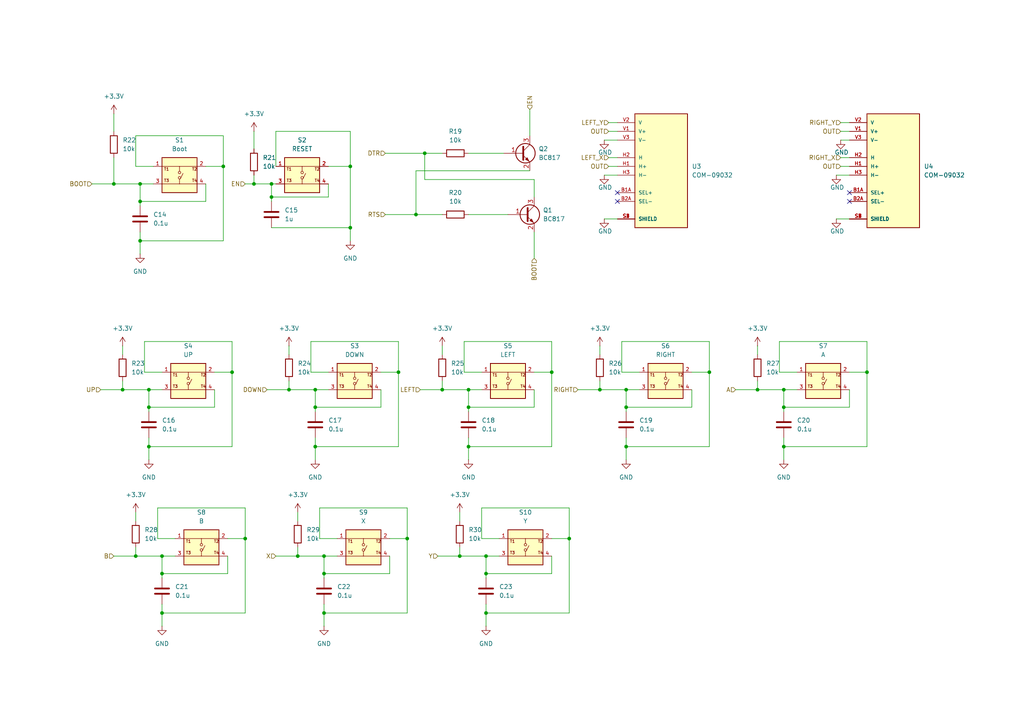
<source format=kicad_sch>
(kicad_sch (version 20231120) (generator "eeschema") (generator_version "8.0")
  (paper "A4")
  (lib_symbols
    (symbol "COM-09032:COM-09032" (pin_names (offset 1.016))
      (property "Reference" "U" (at -7.62 16.002 0))
      (property "Value" "COM-09032" (at -7.62 -20.32 0))
      (symbol "COM-09032_0_0"
        (rectangle (start -7.62 -17.78) (end 7.62 15.24) (stroke (width 0.254)) (fill (type background)))
        (pin passive line (at -12.7 -7.62 0) (length 5.08) (name "SEL+") (number "B1A"))
        (pin passive line (at -12.7 -10.16 0) (length 5.08) (name "SEL-") (number "B2A"))
        (pin passive line (at -12.7 0 0) (length 5.08) (name "H+") (number "H1"))
        (pin passive line (at -12.7 2.54 0) (length 5.08) (name "H") (number "H2"))
        (pin passive line (at -12.7 -2.54 0) (length 5.08) (name "H-") (number "H3"))
        (pin passive line (at -12.7 -15.24 0) (length 5.08) (name "SHIELD") (number "S1"))
        (pin passive line (at -12.7 -15.24 0) (length 5.08) (name "SHIELD") (number "S2"))
        (pin passive line (at -12.7 -15.24 0) (length 5.08) (name "SHIELD") (number "S3"))
        (pin passive line (at -12.7 -15.24 0) (length 5.08) (name "SHIELD") (number "S4"))
        (pin passive line (at -12.7 10.16 0) (length 5.08) (name "V+") (number "V1"))
        (pin passive line (at -12.7 12.7 0) (length 5.08) (name "V") (number "V2"))
        (pin passive line (at -12.7 7.62 0) (length 5.08) (name "V-") (number "V3"))
      )
    )
    (symbol "Device:C" (pin_numbers hide) (pin_names (offset 0.254))
      (property "Reference" "C" (at 0.635 2.54 0))
      (property "Value" "C" (at 0.635 -2.54 0))
      (symbol "C_0_1"
        (polyline (pts (xy -2.032 -0.762) (xy 2.032 -0.762)) (stroke (width 0.508)))
        (polyline (pts (xy -2.032 0.762) (xy 2.032 0.762)) (stroke (width 0.508)))
      )
      (symbol "C_1_1"
        (pin passive line (at 0 3.81 270) (length 2.794) (name "~") (number "1"))
        (pin passive line (at 0 -3.81 90) (length 2.794) (name "~") (number "2"))
      )
    )
    (symbol "Device:R" (pin_numbers hide) (pin_names (offset 0))
      (property "Reference" "R" (at 2.032 0 90))
      (property "Value" "R" (at 0 0 90))
      (symbol "R_0_1"
        (rectangle (start -1.016 -2.54) (end 1.016 2.54) (stroke (width 0.254)))
      )
      (symbol "R_1_1"
        (pin passive line (at 0 3.81 270) (length 1.27) (name "~") (number "1"))
        (pin passive line (at 0 -3.81 90) (length 1.27) (name "~") (number "2"))
      )
    )
    (symbol "Transistor_BJT:BC817" (pin_names (offset 0) hide)
      (property "Reference" "Q" (at 5.08 1.905 0))
      (property "Value" "BC817" (at 5.08 0 0))
      (symbol "BC817_0_1"
        (polyline (pts (xy 0.635 0.635) (xy 2.54 2.54)))
        (polyline (pts (xy 0.635 -0.635) (xy 2.54 -2.54) (xy 2.54 -2.54)))
        (polyline (pts (xy 0.635 1.905) (xy 0.635 -1.905) (xy 0.635 -1.905)) (stroke (width 0.508)))
        (polyline (pts (xy 1.27 -1.778) (xy 1.778 -1.27) (xy 2.286 -2.286) (xy 1.27 -1.778) (xy 1.27 -1.778)) (fill (type outline)))
        (circle (center 1.27 0) (radius 2.8194) (stroke (width 0.254)))
      )
      (symbol "BC817_1_1"
        (pin input line (at -5.08 0 0) (length 5.715) (name "B") (number "1"))
        (pin passive line (at 2.54 -5.08 90) (length 2.54) (name "E") (number "2"))
        (pin passive line (at 2.54 5.08 270) (length 2.54) (name "C") (number "3"))
      )
    )
    (symbol "USLPT2819DT2TR:USLPT2819DT2TR" (pin_names (offset 1.016))
      (property "Reference" "S" (at -5.08 5.08 0))
      (property "Value" "USLPT2819DT2TR" (at -5.08 -7.62 0))
      (symbol "USLPT2819DT2TR_0_0"
        (rectangle (start -5.08 -5.08) (end 5.08 5.08) (stroke (width 0.254)) (fill (type background)))
        (circle (center 0 -0.762) (radius 0.3592) (stroke (width 0.1524)))
        (polyline (pts (xy -5.08 -2.54) (xy 0 -2.54)) (stroke (width 0.1524)))
        (polyline (pts (xy -5.08 2.54) (xy 0 2.54)) (stroke (width 0.1524)))
        (polyline (pts (xy 0 -2.54) (xy 0 -1.143)) (stroke (width 0.1524)))
        (polyline (pts (xy 0 -2.54) (xy 5.08 -2.54)) (stroke (width 0.1524)))
        (polyline (pts (xy 0 1.143) (xy 0 2.54)) (stroke (width 0.1524)))
        (polyline (pts (xy 0 2.54) (xy 5.08 2.54)) (stroke (width 0.1524)))
        (polyline (pts (xy 0.254 -1.016) (xy 1.016 0.508)) (stroke (width 0.1524)))
        (circle (center 0 0.762) (radius 0.3592) (stroke (width 0.1524)))
        (text "T1" (at -4.572 1.27 0) (effects (font (size 0.8128 0.8128)) (justify left bottom)))
        (text "T2" (at 3.556 1.27 0) (effects (font (size 0.8128 0.8128)) (justify left bottom)))
        (text "T3" (at -4.572 -2.032 0) (effects (font (size 0.8128 0.8128)) (justify left bottom)))
        (text "T4" (at 3.556 -2.032 0) (effects (font (size 0.8128 0.8128)) (justify left bottom)))
        (pin passive line (at -7.62 2.54 0) (length 2.54) (name "~") (number "1"))
        (pin passive line (at 7.62 2.54 180) (length 2.54) (name "~") (number "2"))
        (pin passive line (at -7.62 -2.54 0) (length 2.54) (name "~") (number "3"))
        (pin passive line (at 7.62 -2.54 180) (length 2.54) (name "~") (number "4"))
      )
    )
    (symbol "power:+3.3V" (power) (pin_numbers hide) (pin_names (offset 0) hide)
      (property "Value" "+3.3V" (at 0 3.556 0))
      (symbol "+3.3V_0_1"
        (polyline (pts (xy -0.762 1.27) (xy 0 2.54)))
        (polyline (pts (xy 0 0) (xy 0 2.54)))
        (polyline (pts (xy 0 2.54) (xy 0.762 1.27)))
      )
      (symbol "+3.3V_1_1"
        (pin power_in line (at 0 0 90) (length 0) (name "~") (number "1"))
      )
    )
    (symbol "power:GND" (power) (pin_numbers hide) (pin_names (offset 0) hide)
      (property "Value" "GND" (at 0 -3.81 0))
      (symbol "GND_0_1"
        (polyline (pts (xy 0 0) (xy 0 -1.27) (xy 1.27 -1.27) (xy 0 -2.54) (xy -1.27 -1.27) (xy 0 -1.27)))
      )
      (symbol "GND_1_1"
        (pin power_in line (at 0 0 270) (length 0) (name "~") (number "1"))
      )
    )
  )
  (junction (at 101.6 48.26))
  (junction (at 251.46 107.95))
  (junction (at 73.66 53.34))
  (junction (at 181.61 113.03))
  (junction (at 227.33 113.03))
  (junction (at 46.99 166.37))
  (junction (at 115.57 107.95))
  (junction (at 128.27 113.03))
  (junction (at 43.18 113.03))
  (junction (at 227.33 118.11))
  (junction (at 35.56 113.03))
  (junction (at 83.82 113.03))
  (junction (at 43.18 129.54))
  (junction (at 40.64 69.85))
  (junction (at 123.19 44.45))
  (junction (at 135.89 118.11))
  (junction (at 133.35 161.29))
  (junction (at 67.31 107.95))
  (junction (at 43.18 118.11))
  (junction (at 78.74 57.15))
  (junction (at 40.64 53.34))
  (junction (at 165.1 156.21))
  (junction (at 181.61 118.11))
  (junction (at 86.36 161.29))
  (junction (at 46.99 177.8))
  (junction (at 93.98 177.8))
  (junction (at 140.97 177.8))
  (junction (at 219.71 113.03))
  (junction (at 173.99 113.03))
  (junction (at 71.12 156.21))
  (junction (at 40.64 58.42))
  (junction (at 118.11 156.21))
  (junction (at 93.98 166.37))
  (junction (at 205.74 107.95))
  (junction (at 227.33 129.54))
  (junction (at 140.97 161.29))
  (junction (at 91.44 113.03))
  (junction (at 140.97 166.37))
  (junction (at 120.65 62.23))
  (junction (at 91.44 118.11))
  (junction (at 78.74 53.34))
  (junction (at 93.98 161.29))
  (junction (at 64.77 48.26))
  (junction (at 135.89 129.54))
  (junction (at 39.37 161.29))
  (junction (at 33.02 53.34))
  (junction (at 181.61 129.54))
  (junction (at 46.99 161.29))
  (junction (at 135.89 113.03))
  (junction (at 91.44 129.54))
  (junction (at 160.02 107.95))
  (junction (at 101.6 66.04))
  (no_connect (at 179.07 58.42))
  (no_connect (at 246.38 55.88))
  (no_connect (at 179.07 55.88))
  (no_connect (at 246.38 58.42))
  (wire (pts (xy 41.91 107.95) (xy 41.91 99.06)))
  (wire (pts (xy 95.25 57.15) (xy 78.74 57.15)))
  (wire (pts (xy 173.99 113.03) (xy 181.61 113.03)))
  (wire (pts (xy 123.19 52.07) (xy 123.19 44.45)))
  (wire (pts (xy 175.26 63.5) (xy 179.07 63.5)))
  (wire (pts (xy 73.66 53.34) (xy 78.74 53.34)))
  (wire (pts (xy 134.62 99.06) (xy 160.02 99.06)))
  (wire (pts (xy 40.64 53.34) (xy 44.45 53.34)))
  (wire (pts (xy 43.18 129.54) (xy 43.18 133.35)))
  (wire (pts (xy 41.91 99.06) (xy 67.31 99.06)))
  (wire (pts (xy 176.53 35.56) (xy 179.07 35.56)))
  (wire (pts (xy 135.89 44.45) (xy 146.05 44.45)))
  (wire (pts (xy 46.99 161.29) (xy 50.8 161.29)))
  (wire (pts (xy 227.33 118.11) (xy 246.38 118.11)))
  (wire (pts (xy 62.23 107.95) (xy 67.31 107.95)))
  (wire (pts (xy 46.99 161.29) (xy 46.99 166.37)))
  (wire (pts (xy 134.62 107.95) (xy 134.62 99.06)))
  (wire (pts (xy 33.02 161.29) (xy 39.37 161.29)))
  (wire (pts (xy 165.1 147.32) (xy 165.1 156.21)))
  (wire (pts (xy 160.02 129.54) (xy 135.89 129.54)))
  (wire (pts (xy 78.74 66.04) (xy 101.6 66.04)))
  (wire (pts (xy 181.61 127) (xy 181.61 129.54)))
  (wire (pts (xy 35.56 113.03) (xy 43.18 113.03)))
  (wire (pts (xy 154.94 67.31) (xy 154.94 74.93)))
  (wire (pts (xy 246.38 107.95) (xy 251.46 107.95)))
  (wire (pts (xy 91.44 127) (xy 91.44 129.54)))
  (wire (pts (xy 67.31 107.95) (xy 67.31 129.54)))
  (wire (pts (xy 40.64 58.42) (xy 59.69 58.42)))
  (wire (pts (xy 167.64 113.03) (xy 173.99 113.03)))
  (wire (pts (xy 113.03 156.21) (xy 118.11 156.21)))
  (wire (pts (xy 243.84 45.72) (xy 246.38 45.72)))
  (wire (pts (xy 180.34 107.95) (xy 180.34 99.06)))
  (wire (pts (xy 64.77 48.26) (xy 64.77 69.85)))
  (wire (pts (xy 66.04 156.21) (xy 71.12 156.21)))
  (wire (pts (xy 71.12 156.21) (xy 71.12 177.8)))
  (wire (pts (xy 139.7 147.32) (xy 165.1 147.32)))
  (wire (pts (xy 140.97 166.37) (xy 140.97 167.64)))
  (wire (pts (xy 91.44 118.11) (xy 110.49 118.11)))
  (wire (pts (xy 173.99 100.33) (xy 173.99 102.87)))
  (wire (pts (xy 115.57 99.06) (xy 115.57 107.95)))
  (wire (pts (xy 213.36 113.03) (xy 219.71 113.03)))
  (wire (pts (xy 80.01 38.1) (xy 80.01 48.26)))
  (wire (pts (xy 154.94 113.03) (xy 154.94 118.11)))
  (wire (pts (xy 33.02 45.72) (xy 33.02 53.34)))
  (wire (pts (xy 92.71 147.32) (xy 118.11 147.32)))
  (wire (pts (xy 246.38 113.03) (xy 246.38 118.11)))
  (wire (pts (xy 86.36 161.29) (xy 93.98 161.29)))
  (wire (pts (xy 83.82 110.49) (xy 83.82 113.03)))
  (wire (pts (xy 135.89 62.23) (xy 147.32 62.23)))
  (wire (pts (xy 113.03 161.29) (xy 113.03 166.37)))
  (wire (pts (xy 86.36 148.59) (xy 86.36 151.13)))
  (wire (pts (xy 77.47 113.03) (xy 83.82 113.03)))
  (wire (pts (xy 140.97 161.29) (xy 144.78 161.29)))
  (wire (pts (xy 153.67 49.53) (xy 120.65 49.53)))
  (wire (pts (xy 135.89 113.03) (xy 139.7 113.03)))
  (wire (pts (xy 242.57 63.5) (xy 246.38 63.5)))
  (wire (pts (xy 144.78 156.21) (xy 139.7 156.21)))
  (wire (pts (xy 165.1 177.8) (xy 140.97 177.8)))
  (wire (pts (xy 90.17 107.95) (xy 90.17 99.06)))
  (wire (pts (xy 226.06 107.95) (xy 226.06 99.06)))
  (wire (pts (xy 135.89 118.11) (xy 154.94 118.11)))
  (wire (pts (xy 93.98 161.29) (xy 97.79 161.29)))
  (wire (pts (xy 160.02 161.29) (xy 160.02 166.37)))
  (wire (pts (xy 133.35 161.29) (xy 140.97 161.29)))
  (wire (pts (xy 33.02 53.34) (xy 40.64 53.34)))
  (wire (pts (xy 80.01 38.1) (xy 101.6 38.1)))
  (wire (pts (xy 139.7 107.95) (xy 134.62 107.95)))
  (wire (pts (xy 219.71 110.49) (xy 219.71 113.03)))
  (wire (pts (xy 160.02 107.95) (xy 160.02 129.54)))
  (wire (pts (xy 91.44 118.11) (xy 91.44 119.38)))
  (wire (pts (xy 93.98 166.37) (xy 113.03 166.37)))
  (wire (pts (xy 59.69 48.26) (xy 64.77 48.26)))
  (wire (pts (xy 153.67 31.75) (xy 153.67 39.37)))
  (wire (pts (xy 227.33 118.11) (xy 227.33 119.38)))
  (wire (pts (xy 165.1 156.21) (xy 165.1 177.8)))
  (wire (pts (xy 120.65 49.53) (xy 120.65 62.23)))
  (wire (pts (xy 43.18 127) (xy 43.18 129.54)))
  (wire (pts (xy 227.33 113.03) (xy 231.14 113.03)))
  (wire (pts (xy 71.12 147.32) (xy 71.12 156.21)))
  (wire (pts (xy 200.66 113.03) (xy 200.66 118.11)))
  (wire (pts (xy 227.33 127) (xy 227.33 129.54)))
  (wire (pts (xy 181.61 113.03) (xy 181.61 118.11)))
  (wire (pts (xy 200.66 107.95) (xy 205.74 107.95)))
  (wire (pts (xy 45.72 147.32) (xy 71.12 147.32)))
  (wire (pts (xy 121.92 113.03) (xy 128.27 113.03)))
  (wire (pts (xy 185.42 107.95) (xy 180.34 107.95)))
  (wire (pts (xy 140.97 161.29) (xy 140.97 166.37)))
  (wire (pts (xy 97.79 156.21) (xy 92.71 156.21)))
  (wire (pts (xy 181.61 118.11) (xy 181.61 119.38)))
  (wire (pts (xy 44.45 48.26) (xy 39.37 48.26)))
  (wire (pts (xy 176.53 38.1) (xy 179.07 38.1)))
  (wire (pts (xy 133.35 158.75) (xy 133.35 161.29)))
  (wire (pts (xy 93.98 175.26) (xy 93.98 177.8)))
  (wire (pts (xy 78.74 53.34) (xy 78.74 57.15)))
  (wire (pts (xy 123.19 44.45) (xy 128.27 44.45)))
  (wire (pts (xy 83.82 100.33) (xy 83.82 102.87)))
  (wire (pts (xy 181.61 129.54) (xy 181.61 133.35)))
  (wire (pts (xy 251.46 129.54) (xy 227.33 129.54)))
  (wire (pts (xy 154.94 52.07) (xy 123.19 52.07)))
  (wire (pts (xy 101.6 48.26) (xy 101.6 66.04)))
  (wire (pts (xy 95.25 48.26) (xy 101.6 48.26)))
  (wire (pts (xy 226.06 99.06) (xy 251.46 99.06)))
  (wire (pts (xy 90.17 99.06) (xy 115.57 99.06)))
  (wire (pts (xy 71.12 177.8) (xy 46.99 177.8)))
  (wire (pts (xy 205.74 99.06) (xy 205.74 107.95)))
  (wire (pts (xy 120.65 62.23) (xy 128.27 62.23)))
  (wire (pts (xy 243.84 38.1) (xy 246.38 38.1)))
  (wire (pts (xy 46.99 166.37) (xy 66.04 166.37)))
  (wire (pts (xy 40.64 67.31) (xy 40.64 69.85)))
  (wire (pts (xy 80.01 161.29) (xy 86.36 161.29)))
  (wire (pts (xy 251.46 107.95) (xy 251.46 129.54)))
  (wire (pts (xy 43.18 113.03) (xy 46.99 113.03)))
  (wire (pts (xy 110.49 113.03) (xy 110.49 118.11)))
  (wire (pts (xy 39.37 48.26) (xy 39.37 39.37)))
  (wire (pts (xy 67.31 99.06) (xy 67.31 107.95)))
  (wire (pts (xy 160.02 156.21) (xy 165.1 156.21)))
  (wire (pts (xy 39.37 161.29) (xy 46.99 161.29)))
  (wire (pts (xy 93.98 166.37) (xy 93.98 167.64)))
  (wire (pts (xy 95.25 53.34) (xy 95.25 57.15)))
  (wire (pts (xy 243.84 35.56) (xy 246.38 35.56)))
  (wire (pts (xy 39.37 148.59) (xy 39.37 151.13)))
  (wire (pts (xy 46.99 177.8) (xy 46.99 181.61)))
  (wire (pts (xy 115.57 107.95) (xy 115.57 129.54)))
  (wire (pts (xy 154.94 52.07) (xy 154.94 57.15)))
  (wire (pts (xy 205.74 107.95) (xy 205.74 129.54)))
  (wire (pts (xy 46.99 107.95) (xy 41.91 107.95)))
  (wire (pts (xy 67.31 129.54) (xy 43.18 129.54)))
  (wire (pts (xy 46.99 175.26) (xy 46.99 177.8)))
  (wire (pts (xy 140.97 175.26) (xy 140.97 177.8)))
  (wire (pts (xy 227.33 113.03) (xy 227.33 118.11)))
  (wire (pts (xy 154.94 107.95) (xy 160.02 107.95)))
  (wire (pts (xy 140.97 166.37) (xy 160.02 166.37)))
  (wire (pts (xy 93.98 161.29) (xy 93.98 166.37)))
  (wire (pts (xy 181.61 113.03) (xy 185.42 113.03)))
  (wire (pts (xy 173.99 110.49) (xy 173.99 113.03)))
  (wire (pts (xy 118.11 177.8) (xy 93.98 177.8)))
  (wire (pts (xy 43.18 118.11) (xy 62.23 118.11)))
  (wire (pts (xy 139.7 156.21) (xy 139.7 147.32)))
  (wire (pts (xy 115.57 129.54) (xy 91.44 129.54)))
  (wire (pts (xy 83.82 113.03) (xy 91.44 113.03)))
  (wire (pts (xy 140.97 177.8) (xy 140.97 181.61)))
  (wire (pts (xy 133.35 148.59) (xy 133.35 151.13)))
  (wire (pts (xy 101.6 38.1) (xy 101.6 48.26)))
  (wire (pts (xy 127 161.29) (xy 133.35 161.29)))
  (wire (pts (xy 176.53 45.72) (xy 179.07 45.72)))
  (wire (pts (xy 175.26 50.8) (xy 179.07 50.8)))
  (wire (pts (xy 40.64 58.42) (xy 40.64 59.69)))
  (wire (pts (xy 40.64 69.85) (xy 40.64 73.66)))
  (wire (pts (xy 92.71 156.21) (xy 92.71 147.32)))
  (wire (pts (xy 176.53 48.26) (xy 179.07 48.26)))
  (wire (pts (xy 73.66 50.8) (xy 73.66 53.34)))
  (wire (pts (xy 181.61 118.11) (xy 200.66 118.11)))
  (wire (pts (xy 128.27 113.03) (xy 135.89 113.03)))
  (wire (pts (xy 110.49 107.95) (xy 115.57 107.95)))
  (wire (pts (xy 78.74 53.34) (xy 80.01 53.34)))
  (wire (pts (xy 160.02 99.06) (xy 160.02 107.95)))
  (wire (pts (xy 243.84 48.26) (xy 246.38 48.26)))
  (wire (pts (xy 219.71 100.33) (xy 219.71 102.87)))
  (wire (pts (xy 35.56 110.49) (xy 35.56 113.03)))
  (wire (pts (xy 46.99 166.37) (xy 46.99 167.64)))
  (wire (pts (xy 135.89 127) (xy 135.89 129.54)))
  (wire (pts (xy 180.34 99.06) (xy 205.74 99.06)))
  (wire (pts (xy 59.69 53.34) (xy 59.69 58.42)))
  (wire (pts (xy 135.89 118.11) (xy 135.89 119.38)))
  (wire (pts (xy 242.57 50.8) (xy 246.38 50.8)))
  (wire (pts (xy 205.74 129.54) (xy 181.61 129.54)))
  (wire (pts (xy 243.84 40.64) (xy 246.38 40.64)))
  (wire (pts (xy 40.64 53.34) (xy 40.64 58.42)))
  (wire (pts (xy 231.14 107.95) (xy 226.06 107.95)))
  (wire (pts (xy 39.37 158.75) (xy 39.37 161.29)))
  (wire (pts (xy 64.77 39.37) (xy 64.77 48.26)))
  (wire (pts (xy 43.18 118.11) (xy 43.18 119.38)))
  (wire (pts (xy 128.27 100.33) (xy 128.27 102.87)))
  (wire (pts (xy 111.76 44.45) (xy 123.19 44.45)))
  (wire (pts (xy 39.37 39.37) (xy 64.77 39.37)))
  (wire (pts (xy 175.26 40.64) (xy 179.07 40.64)))
  (wire (pts (xy 71.12 53.34) (xy 73.66 53.34)))
  (wire (pts (xy 118.11 147.32) (xy 118.11 156.21)))
  (wire (pts (xy 78.74 57.15) (xy 78.74 58.42)))
  (wire (pts (xy 251.46 99.06) (xy 251.46 107.95)))
  (wire (pts (xy 86.36 158.75) (xy 86.36 161.29)))
  (wire (pts (xy 91.44 113.03) (xy 91.44 118.11)))
  (wire (pts (xy 50.8 156.21) (xy 45.72 156.21)))
  (wire (pts (xy 73.66 38.1) (xy 73.66 43.18)))
  (wire (pts (xy 35.56 100.33) (xy 35.56 102.87)))
  (wire (pts (xy 135.89 129.54) (xy 135.89 133.35)))
  (wire (pts (xy 26.67 53.34) (xy 33.02 53.34)))
  (wire (pts (xy 43.18 113.03) (xy 43.18 118.11)))
  (wire (pts (xy 111.76 62.23) (xy 120.65 62.23)))
  (wire (pts (xy 62.23 113.03) (xy 62.23 118.11)))
  (wire (pts (xy 118.11 156.21) (xy 118.11 177.8)))
  (wire (pts (xy 93.98 177.8) (xy 93.98 181.61)))
  (wire (pts (xy 135.89 113.03) (xy 135.89 118.11)))
  (wire (pts (xy 95.25 107.95) (xy 90.17 107.95)))
  (wire (pts (xy 29.21 113.03) (xy 35.56 113.03)))
  (wire (pts (xy 128.27 110.49) (xy 128.27 113.03)))
  (wire (pts (xy 45.72 156.21) (xy 45.72 147.32)))
  (wire (pts (xy 219.71 113.03) (xy 227.33 113.03)))
  (wire (pts (xy 91.44 129.54) (xy 91.44 133.35)))
  (wire (pts (xy 91.44 113.03) (xy 95.25 113.03)))
  (wire (pts (xy 33.02 33.02) (xy 33.02 38.1)))
  (wire (pts (xy 227.33 129.54) (xy 227.33 133.35)))
  (wire (pts (xy 64.77 69.85) (xy 40.64 69.85)))
  (wire (pts (xy 101.6 66.04) (xy 101.6 69.85)))
  (wire (pts (xy 66.04 161.29) (xy 66.04 166.37)))
  (hierarchical_label "LEFT" (shape input) (at 121.92 113.03 180))
  (hierarchical_label "DTR" (shape input) (at 111.76 44.45 180))
  (hierarchical_label "OUT" (shape input) (at 243.84 38.1 180))
  (hierarchical_label "BOOT" (shape input) (at 26.67 53.34 180))
  (hierarchical_label "UP" (shape input) (at 29.21 113.03 180))
  (hierarchical_label "LEFT_Y" (shape input) (at 176.53 35.56 180))
  (hierarchical_label "DOWN" (shape input) (at 77.47 113.03 180))
  (hierarchical_label "A" (shape input) (at 213.36 113.03 180))
  (hierarchical_label "Y" (shape input) (at 127 161.29 180))
  (hierarchical_label "BOOT" (shape input) (at 154.94 74.93 270))
  (hierarchical_label "OUT" (shape input) (at 176.53 38.1 180))
  (hierarchical_label "OUT" (shape input) (at 176.53 48.26 180))
  (hierarchical_label "OUT" (shape input) (at 243.84 48.26 180))
  (hierarchical_label "B" (shape input) (at 33.02 161.29 180))
  (hierarchical_label "RIGHT_Y" (shape input) (at 243.84 35.56 180))
  (hierarchical_label "LEFT_X" (shape input) (at 176.53 45.72 180))
  (hierarchical_label "EN" (shape input) (at 153.67 31.75 90))
  (hierarchical_label "X" (shape input) (at 80.01 161.29 180))
  (hierarchical_label "RTS" (shape input) (at 111.76 62.23 180))
  (hierarchical_label "RIGHT" (shape input) (at 167.64 113.03 180))
  (hierarchical_label "RIGHT_X" (shape input) (at 243.84 45.72 180))
  (hierarchical_label "EN" (shape input) (at 71.12 53.34 180))
  (symbol (lib_id "Device:C") (at 181.61 123.19 0) (unit 1)
    (property "Reference" "C19" (at 185.42 121.9199 0) (effects (justify left)))
    (property "Value" "0.1u" (at 185.42 124.4599 0) (effects (justify left)))
    (property "Footprint" "Capacitor_SMD:C_0805_2012Metric_Pad1.18x1.45mm_HandSolder" (effects (hide yes)))
    (property "Description" "Unpolarized capacitor" (effects (hide yes)))
  )
  (symbol (lib_id "Device:R") (at 83.82 106.68 0) (unit 1)
    (property "Reference" "R24" (at 86.36 105.4099 0) (effects (justify left)))
    (property "Value" "10k" (at 86.36 107.9499 0) (effects (justify left)))
    (property "Footprint" "Resistor_SMD:R_0805_2012Metric_Pad1.20x1.40mm_HandSolder" (effects (hide yes)))
    (property "Description" "Resistor" (effects (hide yes)))
  )
  (symbol (lib_id "USLPT2819DT2TR:USLPT2819DT2TR") (at 147.32 110.49 0) (unit 1)
    (property "Reference" "S5" (at 147.32 100.33 0))
    (property "Value" "LEFT" (at 147.32 102.87 0))
    (property "Footprint" "footprints:SW_USLPT2819DT2TR" (effects (hide yes)))
    (property "MF" "TE Connectivity" (effects (hide yes)))
    (property "Description_1" "\n                        \n                            Tactile Switch SPST-NO Top Actuated Surface Mount\n                        \n" (effects (hide yes)))
    (property "Package" "None" (effects (hide yes)))
    (property "Price" "None" (effects (hide yes)))
    (property "Check_prices" "https://www.snapeda.com/parts/USLPT2819DT2TR/TE+Connectivity+ALCOSWITCH+Switches/view-part/?ref=eda" (effects (hide yes)))
    (property "STANDARD" "Manufacturer Recommendations" (effects (hide yes)))
    (property "PARTREV" "P" (effects (hide yes)))
    (property "SnapEDA_Link" "https://www.snapeda.com/parts/USLPT2819DT2TR/TE+Connectivity+ALCOSWITCH+Switches/view-part/?ref=snap" (effects (hide yes)))
    (property "MP" "USLPT2819DT2TR" (effects (hide yes)))
    (property "Availability" "In Stock" (effects (hide yes)))
    (property "MANUFACTURER" "TE CONNECTIVITY" (effects (hide yes)))
  )
  (symbol (lib_id "USLPT2819DT2TR:USLPT2819DT2TR") (at 52.07 50.8 0) (unit 1)
    (property "Reference" "S1" (at 52.07 40.64 0))
    (property "Value" "Boot" (at 52.07 43.18 0))
    (property "Footprint" "footprints:SW_USLPT2819DT2TR" (effects (hide yes)))
    (property "MF" "TE Connectivity" (effects (hide yes)))
    (property "Description_1" "\n                        \n                            Tactile Switch SPST-NO Top Actuated Surface Mount\n                        \n" (effects (hide yes)))
    (property "Package" "None" (effects (hide yes)))
    (property "Price" "None" (effects (hide yes)))
    (property "Check_prices" "https://www.snapeda.com/parts/USLPT2819DT2TR/TE+Connectivity+ALCOSWITCH+Switches/view-part/?ref=eda" (effects (hide yes)))
    (property "STANDARD" "Manufacturer Recommendations" (effects (hide yes)))
    (property "PARTREV" "P" (effects (hide yes)))
    (property "SnapEDA_Link" "https://www.snapeda.com/parts/USLPT2819DT2TR/TE+Connectivity+ALCOSWITCH+Switches/view-part/?ref=snap" (effects (hide yes)))
    (property "MP" "USLPT2819DT2TR" (effects (hide yes)))
    (property "Availability" "In Stock" (effects (hide yes)))
    (property "MANUFACTURER" "TE CONNECTIVITY" (effects (hide yes)))
  )
  (symbol (lib_id "power:GND") (at 91.44 133.35 0) (unit 1)
    (property "Reference" "#PWR033" (effects (hide yes)))
    (property "Value" "GND" (at 91.44 138.43 0))
    (property "Description" "Power symbol creates a global label with name \"GND\" , ground" (effects (hide yes)))
  )
  (symbol (lib_id "power:+3.3V") (at 73.66 38.1 0) (unit 1)
    (property "Reference" "#PWR028" (effects (hide yes)))
    (property "Value" "+3.3V" (at 73.66 33.02 0))
    (property "Description" "Power symbol creates a global label with name \"+3.3V\"" (effects (hide yes)))
  )
  (symbol (lib_id "Device:R") (at 33.02 41.91 0) (unit 1)
    (property "Reference" "R22" (at 35.56 40.6399 0) (effects (justify left)))
    (property "Value" "10k" (at 35.56 43.1799 0) (effects (justify left)))
    (property "Footprint" "Resistor_SMD:R_0805_2012Metric_Pad1.20x1.40mm_HandSolder" (effects (hide yes)))
    (property "Description" "Resistor" (effects (hide yes)))
  )
  (symbol (lib_id "power:GND") (at 243.84 40.64 0) (unit 1)
    (property "Reference" "#PWR055" (effects (hide yes)))
    (property "Value" "GND" (at 244.094 44.196 0))
    (property "Description" "Power symbol creates a global label with name \"GND\" , ground" (effects (hide yes)))
  )
  (symbol (lib_id "Device:R") (at 133.35 154.94 0) (unit 1)
    (property "Reference" "R30" (at 135.89 153.6699 0) (effects (justify left)))
    (property "Value" "10k" (at 135.89 156.2099 0) (effects (justify left)))
    (property "Footprint" "Resistor_SMD:R_0805_2012Metric_Pad1.20x1.40mm_HandSolder" (effects (hide yes)))
    (property "Description" "Resistor" (effects (hide yes)))
  )
  (symbol (lib_id "power:GND") (at 181.61 133.35 0) (unit 1)
    (property "Reference" "#PWR037" (effects (hide yes)))
    (property "Value" "GND" (at 181.61 138.43 0))
    (property "Description" "Power symbol creates a global label with name \"GND\" , ground" (effects (hide yes)))
  )
  (symbol (lib_id "power:GND") (at 175.26 40.64 0) (unit 1)
    (property "Reference" "#PWR046" (effects (hide yes)))
    (property "Value" "GND" (at 175.514 44.196 0))
    (property "Description" "Power symbol creates a global label with name \"GND\" , ground" (effects (hide yes)))
  )
  (symbol (lib_id "Device:C") (at 135.89 123.19 0) (unit 1)
    (property "Reference" "C18" (at 139.7 121.9199 0) (effects (justify left)))
    (property "Value" "0.1u" (at 139.7 124.4599 0) (effects (justify left)))
    (property "Footprint" "Capacitor_SMD:C_0805_2012Metric_Pad1.18x1.45mm_HandSolder" (effects (hide yes)))
    (property "Description" "Unpolarized capacitor" (effects (hide yes)))
  )
  (symbol (lib_id "Device:C") (at 93.98 171.45 0) (unit 1)
    (property "Reference" "C22" (at 97.79 170.1799 0) (effects (justify left)))
    (property "Value" "0.1u" (at 97.79 172.7199 0) (effects (justify left)))
    (property "Footprint" "Capacitor_SMD:C_0805_2012Metric_Pad1.18x1.45mm_HandSolder" (effects (hide yes)))
    (property "Description" "Unpolarized capacitor" (effects (hide yes)))
  )
  (symbol (lib_id "COM-09032:COM-09032") (at 191.77 48.26 0) (unit 1)
    (property "Reference" "U3" (at 200.66 48.2599 0) (effects (justify left)))
    (property "Value" "COM-09032" (at 200.66 50.7999 0) (effects (justify left)))
    (property "Footprint" "footprints:XDCR_COM-09032" (effects (hide yes)))
    (property "MF" "SparkFun Electronics" (effects (hide yes)))
    (property "MAXIMUM_PACKAGE_HEIGHT" "30.1mm" (effects (hide yes)))
    (property "Package" "Package" (effects (hide yes)))
    (property "Price" "None" (effects (hide yes)))
    (property "Check_prices" "https://www.snapeda.com/parts/COM-09032/SparkFun/view-part/?ref=eda" (effects (hide yes)))
    (property "STANDARD" "Manufacturer Recommendations" (effects (hide yes)))
    (property "PARTREV" "N/A" (effects (hide yes)))
    (property "SnapEDA_Link" "https://www.snapeda.com/parts/COM-09032/SparkFun/view-part/?ref=snap" (effects (hide yes)))
    (property "MP" "COM-09032" (effects (hide yes)))
    (property "Description_1" "\n                        \n                            Joystick, 2 - Axis Analog (Resistive) Output\n                        \n" (effects (hide yes)))
    (property "Availability" "Not in stock" (effects (hide yes)))
    (property "MANUFACTURER" "SparkFun Electronics" (effects (hide yes)))
  )
  (symbol (lib_id "USLPT2819DT2TR:USLPT2819DT2TR") (at 238.76 110.49 0) (unit 1)
    (property "Reference" "S7" (at 238.76 100.33 0))
    (property "Value" "A" (at 238.76 102.87 0))
    (property "Footprint" "footprints:SW_USLPT2819DT2TR" (effects (hide yes)))
    (property "MF" "TE Connectivity" (effects (hide yes)))
    (property "Description_1" "\n                        \n                            Tactile Switch SPST-NO Top Actuated Surface Mount\n                        \n" (effects (hide yes)))
    (property "Package" "None" (effects (hide yes)))
    (property "Price" "None" (effects (hide yes)))
    (property "Check_prices" "https://www.snapeda.com/parts/USLPT2819DT2TR/TE+Connectivity+ALCOSWITCH+Switches/view-part/?ref=eda" (effects (hide yes)))
    (property "STANDARD" "Manufacturer Recommendations" (effects (hide yes)))
    (property "PARTREV" "P" (effects (hide yes)))
    (property "SnapEDA_Link" "https://www.snapeda.com/parts/USLPT2819DT2TR/TE+Connectivity+ALCOSWITCH+Switches/view-part/?ref=snap" (effects (hide yes)))
    (property "MP" "USLPT2819DT2TR" (effects (hide yes)))
    (property "Availability" "In Stock" (effects (hide yes)))
    (property "MANUFACTURER" "TE CONNECTIVITY" (effects (hide yes)))
  )
  (symbol (lib_id "Device:R") (at 73.66 46.99 0) (unit 1)
    (property "Reference" "R21" (at 76.2 45.7199 0) (effects (justify left)))
    (property "Value" "10k" (at 76.2 48.2599 0) (effects (justify left)))
    (property "Footprint" "Resistor_SMD:R_0805_2012Metric_Pad1.20x1.40mm_HandSolder" (effects (hide yes)))
    (property "Description" "Resistor" (effects (hide yes)))
  )
  (symbol (lib_id "power:GND") (at 46.99 181.61 0) (unit 1)
    (property "Reference" "#PWR041" (effects (hide yes)))
    (property "Value" "GND" (at 46.99 186.69 0))
    (property "Description" "Power symbol creates a global label with name \"GND\" , ground" (effects (hide yes)))
  )
  (symbol (lib_id "power:GND") (at 227.33 133.35 0) (unit 1)
    (property "Reference" "#PWR039" (effects (hide yes)))
    (property "Value" "GND" (at 227.33 138.43 0))
    (property "Description" "Power symbol creates a global label with name \"GND\" , ground" (effects (hide yes)))
  )
  (symbol (lib_id "USLPT2819DT2TR:USLPT2819DT2TR") (at 152.4 158.75 0) (unit 1)
    (property "Reference" "S10" (at 152.4 148.59 0))
    (property "Value" "Y" (at 152.4 151.13 0))
    (property "Footprint" "footprints:SW_USLPT2819DT2TR" (effects (hide yes)))
    (property "MF" "TE Connectivity" (effects (hide yes)))
    (property "Description_1" "\n                        \n                            Tactile Switch SPST-NO Top Actuated Surface Mount\n                        \n" (effects (hide yes)))
    (property "Package" "None" (effects (hide yes)))
    (property "Price" "None" (effects (hide yes)))
    (property "Check_prices" "https://www.snapeda.com/parts/USLPT2819DT2TR/TE+Connectivity+ALCOSWITCH+Switches/view-part/?ref=eda" (effects (hide yes)))
    (property "STANDARD" "Manufacturer Recommendations" (effects (hide yes)))
    (property "PARTREV" "P" (effects (hide yes)))
    (property "SnapEDA_Link" "https://www.snapeda.com/parts/USLPT2819DT2TR/TE+Connectivity+ALCOSWITCH+Switches/view-part/?ref=snap" (effects (hide yes)))
    (property "MP" "USLPT2819DT2TR" (effects (hide yes)))
    (property "Availability" "In Stock" (effects (hide yes)))
    (property "MANUFACTURER" "TE CONNECTIVITY" (effects (hide yes)))
  )
  (symbol (lib_id "power:GND") (at 242.57 63.5 0) (unit 1)
    (property "Reference" "#PWR053" (effects (hide yes)))
    (property "Value" "GND" (at 242.824 67.056 0))
    (property "Description" "Power symbol creates a global label with name \"GND\" , ground" (effects (hide yes)))
  )
  (symbol (lib_id "COM-09032:COM-09032") (at 259.08 48.26 0) (unit 1)
    (property "Reference" "U4" (at 267.97 48.2599 0) (effects (justify left)))
    (property "Value" "COM-09032" (at 267.97 50.7999 0) (effects (justify left)))
    (property "Footprint" "footprints:XDCR_COM-09032" (effects (hide yes)))
    (property "MF" "SparkFun Electronics" (effects (hide yes)))
    (property "MAXIMUM_PACKAGE_HEIGHT" "30.1mm" (effects (hide yes)))
    (property "Package" "Package" (effects (hide yes)))
    (property "Price" "None" (effects (hide yes)))
    (property "Check_prices" "https://www.snapeda.com/parts/COM-09032/SparkFun/view-part/?ref=eda" (effects (hide yes)))
    (property "STANDARD" "Manufacturer Recommendations" (effects (hide yes)))
    (property "PARTREV" "N/A" (effects (hide yes)))
    (property "SnapEDA_Link" "https://www.snapeda.com/parts/COM-09032/SparkFun/view-part/?ref=snap" (effects (hide yes)))
    (property "MP" "COM-09032" (effects (hide yes)))
    (property "Description_1" "\n                        \n                            Joystick, 2 - Axis Analog (Resistive) Output\n                        \n" (effects (hide yes)))
    (property "Availability" "Not in stock" (effects (hide yes)))
    (property "MANUFACTURER" "SparkFun Electronics" (effects (hide yes)))
  )
  (symbol (lib_id "power:+3.3V") (at 35.56 100.33 0) (unit 1)
    (property "Reference" "#PWR030" (effects (hide yes)))
    (property "Value" "+3.3V" (at 35.56 95.25 0))
    (property "Description" "Power symbol creates a global label with name \"+3.3V\"" (effects (hide yes)))
  )
  (symbol (lib_id "Device:R") (at 132.08 44.45 270) (unit 1)
    (property "Reference" "R19" (at 132.08 38.1 90))
    (property "Value" "10k" (at 132.08 40.64 90))
    (property "Footprint" "Resistor_SMD:R_0805_2012Metric_Pad1.20x1.40mm_HandSolder" (effects (hide yes)))
    (property "Description" "Resistor" (effects (hide yes)))
  )
  (symbol (lib_id "USLPT2819DT2TR:USLPT2819DT2TR") (at 105.41 158.75 0) (unit 1)
    (property "Reference" "S9" (at 105.41 148.59 0))
    (property "Value" "X" (at 105.41 151.13 0))
    (property "Footprint" "footprints:SW_USLPT2819DT2TR" (effects (hide yes)))
    (property "MF" "TE Connectivity" (effects (hide yes)))
    (property "Description_1" "\n                        \n                            Tactile Switch SPST-NO Top Actuated Surface Mount\n                        \n" (effects (hide yes)))
    (property "Package" "None" (effects (hide yes)))
    (property "Price" "None" (effects (hide yes)))
    (property "Check_prices" "https://www.snapeda.com/parts/USLPT2819DT2TR/TE+Connectivity+ALCOSWITCH+Switches/view-part/?ref=eda" (effects (hide yes)))
    (property "STANDARD" "Manufacturer Recommendations" (effects (hide yes)))
    (property "PARTREV" "P" (effects (hide yes)))
    (property "SnapEDA_Link" "https://www.snapeda.com/parts/USLPT2819DT2TR/TE+Connectivity+ALCOSWITCH+Switches/view-part/?ref=snap" (effects (hide yes)))
    (property "MP" "USLPT2819DT2TR" (effects (hide yes)))
    (property "Availability" "In Stock" (effects (hide yes)))
    (property "MANUFACTURER" "TE CONNECTIVITY" (effects (hide yes)))
  )
  (symbol (lib_id "power:GND") (at 140.97 181.61 0) (unit 1)
    (property "Reference" "#PWR045" (effects (hide yes)))
    (property "Value" "GND" (at 140.97 186.69 0))
    (property "Description" "Power symbol creates a global label with name \"GND\" , ground" (effects (hide yes)))
  )
  (symbol (lib_id "power:GND") (at 101.6 69.85 0) (unit 1)
    (property "Reference" "#PWR027" (effects (hide yes)))
    (property "Value" "GND" (at 101.6 74.93 0))
    (property "Description" "Power symbol creates a global label with name \"GND\" , ground" (effects (hide yes)))
  )
  (symbol (lib_id "USLPT2819DT2TR:USLPT2819DT2TR") (at 193.04 110.49 0) (unit 1)
    (property "Reference" "S6" (at 193.04 100.33 0))
    (property "Value" "RIGHT" (at 193.04 102.87 0))
    (property "Footprint" "footprints:SW_USLPT2819DT2TR" (effects (hide yes)))
    (property "MF" "TE Connectivity" (effects (hide yes)))
    (property "Description_1" "\n                        \n                            Tactile Switch SPST-NO Top Actuated Surface Mount\n                        \n" (effects (hide yes)))
    (property "Package" "None" (effects (hide yes)))
    (property "Price" "None" (effects (hide yes)))
    (property "Check_prices" "https://www.snapeda.com/parts/USLPT2819DT2TR/TE+Connectivity+ALCOSWITCH+Switches/view-part/?ref=eda" (effects (hide yes)))
    (property "STANDARD" "Manufacturer Recommendations" (effects (hide yes)))
    (property "PARTREV" "P" (effects (hide yes)))
    (property "SnapEDA_Link" "https://www.snapeda.com/parts/USLPT2819DT2TR/TE+Connectivity+ALCOSWITCH+Switches/view-part/?ref=snap" (effects (hide yes)))
    (property "MP" "USLPT2819DT2TR" (effects (hide yes)))
    (property "Availability" "In Stock" (effects (hide yes)))
    (property "MANUFACTURER" "TE CONNECTIVITY" (effects (hide yes)))
  )
  (symbol (lib_id "power:GND") (at 242.57 50.8 0) (unit 1)
    (property "Reference" "#PWR054" (effects (hide yes)))
    (property "Value" "GND" (at 242.824 54.356 0))
    (property "Description" "Power symbol creates a global label with name \"GND\" , ground" (effects (hide yes)))
  )
  (symbol (lib_id "Device:R") (at 173.99 106.68 0) (unit 1)
    (property "Reference" "R26" (at 176.53 105.4099 0) (effects (justify left)))
    (property "Value" "10k" (at 176.53 107.9499 0) (effects (justify left)))
    (property "Footprint" "Resistor_SMD:R_0805_2012Metric_Pad1.20x1.40mm_HandSolder" (effects (hide yes)))
    (property "Description" "Resistor" (effects (hide yes)))
  )
  (symbol (lib_id "Device:C") (at 140.97 171.45 0) (unit 1)
    (property "Reference" "C23" (at 144.78 170.1799 0) (effects (justify left)))
    (property "Value" "0.1u" (at 144.78 172.7199 0) (effects (justify left)))
    (property "Footprint" "Capacitor_SMD:C_0805_2012Metric_Pad1.18x1.45mm_HandSolder" (effects (hide yes)))
    (property "Description" "Unpolarized capacitor" (effects (hide yes)))
  )
  (symbol (lib_id "USLPT2819DT2TR:USLPT2819DT2TR") (at 87.63 50.8 0) (unit 1)
    (property "Reference" "S2" (at 87.63 40.64 0))
    (property "Value" "RESET" (at 87.63 43.18 0))
    (property "Footprint" "footprints:SW_USLPT2819DT2TR" (effects (hide yes)))
    (property "MF" "TE Connectivity" (effects (hide yes)))
    (property "Description_1" "\n                        \n                            Tactile Switch SPST-NO Top Actuated Surface Mount\n                        \n" (effects (hide yes)))
    (property "Package" "None" (effects (hide yes)))
    (property "Price" "None" (effects (hide yes)))
    (property "Check_prices" "https://www.snapeda.com/parts/USLPT2819DT2TR/TE+Connectivity+ALCOSWITCH+Switches/view-part/?ref=eda" (effects (hide yes)))
    (property "STANDARD" "Manufacturer Recommendations" (effects (hide yes)))
    (property "PARTREV" "P" (effects (hide yes)))
    (property "SnapEDA_Link" "https://www.snapeda.com/parts/USLPT2819DT2TR/TE+Connectivity+ALCOSWITCH+Switches/view-part/?ref=snap" (effects (hide yes)))
    (property "MP" "USLPT2819DT2TR" (effects (hide yes)))
    (property "Availability" "In Stock" (effects (hide yes)))
    (property "MANUFACTURER" "TE CONNECTIVITY" (effects (hide yes)))
  )
  (symbol (lib_id "power:GND") (at 135.89 133.35 0) (unit 1)
    (property "Reference" "#PWR035" (effects (hide yes)))
    (property "Value" "GND" (at 135.89 138.43 0))
    (property "Description" "Power symbol creates a global label with name \"GND\" , ground" (effects (hide yes)))
  )
  (symbol (lib_id "Device:C") (at 78.74 62.23 0) (unit 1)
    (property "Reference" "C15" (at 82.55 60.9599 0) (effects (justify left)))
    (property "Value" "1u" (at 82.55 63.4999 0) (effects (justify left)))
    (property "Footprint" "Capacitor_SMD:C_0805_2012Metric_Pad1.18x1.45mm_HandSolder" (effects (hide yes)))
    (property "Description" "Unpolarized capacitor" (effects (hide yes)))
  )
  (symbol (lib_id "Device:C") (at 91.44 123.19 0) (unit 1)
    (property "Reference" "C17" (at 95.25 121.9199 0) (effects (justify left)))
    (property "Value" "0.1u" (at 95.25 124.4599 0) (effects (justify left)))
    (property "Footprint" "Capacitor_SMD:C_0805_2012Metric_Pad1.18x1.45mm_HandSolder" (effects (hide yes)))
    (property "Description" "Unpolarized capacitor" (effects (hide yes)))
  )
  (symbol (lib_id "Device:R") (at 86.36 154.94 0) (unit 1)
    (property "Reference" "R29" (at 88.9 153.6699 0) (effects (justify left)))
    (property "Value" "10k" (at 88.9 156.2099 0) (effects (justify left)))
    (property "Footprint" "Resistor_SMD:R_0805_2012Metric_Pad1.20x1.40mm_HandSolder" (effects (hide yes)))
    (property "Description" "Resistor" (effects (hide yes)))
  )
  (symbol (lib_id "Device:C") (at 40.64 63.5 0) (unit 1)
    (property "Reference" "C14" (at 44.45 62.2299 0) (effects (justify left)))
    (property "Value" "0.1u" (at 44.45 64.7699 0) (effects (justify left)))
    (property "Footprint" "Capacitor_SMD:C_0805_2012Metric_Pad1.18x1.45mm_HandSolder" (effects (hide yes)))
    (property "Description" "Unpolarized capacitor" (effects (hide yes)))
  )
  (symbol (lib_id "power:+3.3V") (at 39.37 148.59 0) (unit 1)
    (property "Reference" "#PWR040" (effects (hide yes)))
    (property "Value" "+3.3V" (at 39.37 143.51 0))
    (property "Description" "Power symbol creates a global label with name \"+3.3V\"" (effects (hide yes)))
  )
  (symbol (lib_id "Device:R") (at 219.71 106.68 0) (unit 1)
    (property "Reference" "R27" (at 222.25 105.4099 0) (effects (justify left)))
    (property "Value" "10k" (at 222.25 107.9499 0) (effects (justify left)))
    (property "Footprint" "Resistor_SMD:R_0805_2012Metric_Pad1.20x1.40mm_HandSolder" (effects (hide yes)))
    (property "Description" "Resistor" (effects (hide yes)))
  )
  (symbol (lib_id "power:+3.3V") (at 133.35 148.59 0) (unit 1)
    (property "Reference" "#PWR044" (effects (hide yes)))
    (property "Value" "+3.3V" (at 133.35 143.51 0))
    (property "Description" "Power symbol creates a global label with name \"+3.3V\"" (effects (hide yes)))
  )
  (symbol (lib_id "USLPT2819DT2TR:USLPT2819DT2TR") (at 54.61 110.49 0) (unit 1)
    (property "Reference" "S4" (at 54.61 100.33 0))
    (property "Value" "UP" (at 54.61 102.87 0))
    (property "Footprint" "footprints:SW_USLPT2819DT2TR" (effects (hide yes)))
    (property "MF" "TE Connectivity" (effects (hide yes)))
    (property "Description_1" "\n                        \n                            Tactile Switch SPST-NO Top Actuated Surface Mount\n                        \n" (effects (hide yes)))
    (property "Package" "None" (effects (hide yes)))
    (property "Price" "None" (effects (hide yes)))
    (property "Check_prices" "https://www.snapeda.com/parts/USLPT2819DT2TR/TE+Connectivity+ALCOSWITCH+Switches/view-part/?ref=eda" (effects (hide yes)))
    (property "STANDARD" "Manufacturer Recommendations" (effects (hide yes)))
    (property "PARTREV" "P" (effects (hide yes)))
    (property "SnapEDA_Link" "https://www.snapeda.com/parts/USLPT2819DT2TR/TE+Connectivity+ALCOSWITCH+Switches/view-part/?ref=snap" (effects (hide yes)))
    (property "MP" "USLPT2819DT2TR" (effects (hide yes)))
    (property "Availability" "In Stock" (effects (hide yes)))
    (property "MANUFACTURER" "TE CONNECTIVITY" (effects (hide yes)))
  )
  (symbol (lib_id "power:GND") (at 175.26 50.8 0) (unit 1)
    (property "Reference" "#PWR047" (effects (hide yes)))
    (property "Value" "GND" (at 175.514 54.356 0))
    (property "Description" "Power symbol creates a global label with name \"GND\" , ground" (effects (hide yes)))
  )
  (symbol (lib_id "power:+3.3V") (at 83.82 100.33 0) (unit 1)
    (property "Reference" "#PWR032" (effects (hide yes)))
    (property "Value" "+3.3V" (at 83.82 95.25 0))
    (property "Description" "Power symbol creates a global label with name \"+3.3V\"" (effects (hide yes)))
  )
  (symbol (lib_id "power:+3.3V") (at 173.99 100.33 0) (unit 1)
    (property "Reference" "#PWR036" (effects (hide yes)))
    (property "Value" "+3.3V" (at 173.99 95.25 0))
    (property "Description" "Power symbol creates a global label with name \"+3.3V\"" (effects (hide yes)))
  )
  (symbol (lib_id "Device:R") (at 128.27 106.68 0) (unit 1)
    (property "Reference" "R25" (at 130.81 105.4099 0) (effects (justify left)))
    (property "Value" "10k" (at 130.81 107.9499 0) (effects (justify left)))
    (property "Footprint" "Resistor_SMD:R_0805_2012Metric_Pad1.20x1.40mm_HandSolder" (effects (hide yes)))
    (property "Description" "Resistor" (effects (hide yes)))
  )
  (symbol (lib_id "power:GND") (at 43.18 133.35 0) (unit 1)
    (property "Reference" "#PWR031" (effects (hide yes)))
    (property "Value" "GND" (at 43.18 138.43 0))
    (property "Description" "Power symbol creates a global label with name \"GND\" , ground" (effects (hide yes)))
  )
  (symbol (lib_id "Transistor_BJT:BC817") (at 151.13 44.45 0) (unit 1)
    (property "Reference" "Q2" (at 156.21 43.1799 0) (effects (justify left)))
    (property "Value" "BC817" (at 156.21 45.7199 0) (effects (justify left)))
    (property "Footprint" "footprints:SOT95P230X110-3N" (effects (hide yes)))
    (property "Datasheet" "https://www.onsemi.com/pub/Collateral/BC818-D.pdf" (effects (hide yes)))
    (property "Description" "0.8A Ic, 45V Vce, NPN Transistor, SOT-23" (effects (hide yes)))
  )
  (symbol (lib_id "Device:R") (at 132.08 62.23 90) (unit 1)
    (property "Reference" "R20" (at 132.08 55.88 90))
    (property "Value" "10k" (at 132.08 58.42 90))
    (property "Footprint" "Resistor_SMD:R_0805_2012Metric_Pad1.20x1.40mm_HandSolder" (effects (hide yes)))
    (property "Description" "Resistor" (effects (hide yes)))
  )
  (symbol (lib_id "power:+3.3V") (at 33.02 33.02 0) (unit 1)
    (property "Reference" "#PWR029" (effects (hide yes)))
    (property "Value" "+3.3V" (at 33.02 27.94 0))
    (property "Description" "Power symbol creates a global label with name \"+3.3V\"" (effects (hide yes)))
  )
  (symbol (lib_id "USLPT2819DT2TR:USLPT2819DT2TR") (at 102.87 110.49 0) (unit 1)
    (property "Reference" "S3" (at 102.87 100.33 0))
    (property "Value" "DOWN" (at 102.87 102.87 0))
    (property "Footprint" "footprints:SW_USLPT2819DT2TR" (effects (hide yes)))
    (property "MF" "TE Connectivity" (effects (hide yes)))
    (property "Description_1" "\n                        \n                            Tactile Switch SPST-NO Top Actuated Surface Mount\n                        \n" (effects (hide yes)))
    (property "Package" "None" (effects (hide yes)))
    (property "Price" "None" (effects (hide yes)))
    (property "Check_prices" "https://www.snapeda.com/parts/USLPT2819DT2TR/TE+Connectivity+ALCOSWITCH+Switches/view-part/?ref=eda" (effects (hide yes)))
    (property "STANDARD" "Manufacturer Recommendations" (effects (hide yes)))
    (property "PARTREV" "P" (effects (hide yes)))
    (property "SnapEDA_Link" "https://www.snapeda.com/parts/USLPT2819DT2TR/TE+Connectivity+ALCOSWITCH+Switches/view-part/?ref=snap" (effects (hide yes)))
    (property "MP" "USLPT2819DT2TR" (effects (hide yes)))
    (property "Availability" "In Stock" (effects (hide yes)))
    (property "MANUFACTURER" "TE CONNECTIVITY" (effects (hide yes)))
  )
  (symbol (lib_id "power:+3.3V") (at 128.27 100.33 0) (unit 1)
    (property "Reference" "#PWR034" (effects (hide yes)))
    (property "Value" "+3.3V" (at 128.27 95.25 0))
    (property "Description" "Power symbol creates a global label with name \"+3.3V\"" (effects (hide yes)))
  )
  (symbol (lib_id "Device:R") (at 35.56 106.68 0) (unit 1)
    (property "Reference" "R23" (at 38.1 105.4099 0) (effects (justify left)))
    (property "Value" "10k" (at 38.1 107.9499 0) (effects (justify left)))
    (property "Footprint" "Resistor_SMD:R_0805_2012Metric_Pad1.20x1.40mm_HandSolder" (effects (hide yes)))
    (property "Description" "Resistor" (effects (hide yes)))
  )
  (symbol (lib_id "power:GND") (at 93.98 181.61 0) (unit 1)
    (property "Reference" "#PWR043" (effects (hide yes)))
    (property "Value" "GND" (at 93.98 186.69 0))
    (property "Description" "Power symbol creates a global label with name \"GND\" , ground" (effects (hide yes)))
  )
  (symbol (lib_id "Device:C") (at 43.18 123.19 0) (unit 1)
    (property "Reference" "C16" (at 46.99 121.9199 0) (effects (justify left)))
    (property "Value" "0.1u" (at 46.99 124.4599 0) (effects (justify left)))
    (property "Footprint" "Capacitor_SMD:C_0805_2012Metric_Pad1.18x1.45mm_HandSolder" (effects (hide yes)))
    (property "Description" "Unpolarized capacitor" (effects (hide yes)))
  )
  (symbol (lib_id "power:GND") (at 40.64 73.66 0) (unit 1)
    (property "Reference" "#PWR026" (effects (hide yes)))
    (property "Value" "GND" (at 40.64 78.74 0))
    (property "Description" "Power symbol creates a global label with name \"GND\" , ground" (effects (hide yes)))
  )
  (symbol (lib_id "USLPT2819DT2TR:USLPT2819DT2TR") (at 58.42 158.75 0) (unit 1)
    (property "Reference" "S8" (at 58.42 148.59 0))
    (property "Value" "B" (at 58.42 151.13 0))
    (property "Footprint" "footprints:SW_USLPT2819DT2TR" (effects (hide yes)))
    (property "MF" "TE Connectivity" (effects (hide yes)))
    (property "Description_1" "\n                        \n                            Tactile Switch SPST-NO Top Actuated Surface Mount\n                        \n" (effects (hide yes)))
    (property "Package" "None" (effects (hide yes)))
    (property "Price" "None" (effects (hide yes)))
    (property "Check_prices" "https://www.snapeda.com/parts/USLPT2819DT2TR/TE+Connectivity+ALCOSWITCH+Switches/view-part/?ref=eda" (effects (hide yes)))
    (property "STANDARD" "Manufacturer Recommendations" (effects (hide yes)))
    (property "PARTREV" "P" (effects (hide yes)))
    (property "SnapEDA_Link" "https://www.snapeda.com/parts/USLPT2819DT2TR/TE+Connectivity+ALCOSWITCH+Switches/view-part/?ref=snap" (effects (hide yes)))
    (property "MP" "USLPT2819DT2TR" (effects (hide yes)))
    (property "Availability" "In Stock" (effects (hide yes)))
    (property "MANUFACTURER" "TE CONNECTIVITY" (effects (hide yes)))
  )
  (symbol (lib_id "power:+3.3V") (at 219.71 100.33 0) (unit 1)
    (property "Reference" "#PWR038" (effects (hide yes)))
    (property "Value" "+3.3V" (at 219.71 95.25 0))
    (property "Description" "Power symbol creates a global label with name \"+3.3V\"" (effects (hide yes)))
  )
  (symbol (lib_id "Transistor_BJT:BC817") (at 152.4 62.23 0) (unit 1)
    (property "Reference" "Q1" (at 157.48 60.9599 0) (effects (justify left)))
    (property "Value" "BC817" (at 157.48 63.4999 0) (effects (justify left)))
    (property "Footprint" "footprints:SOT95P230X110-3N" (effects (hide yes)))
    (property "Datasheet" "https://www.onsemi.com/pub/Collateral/BC818-D.pdf" (effects (hide yes)))
    (property "Description" "0.8A Ic, 45V Vce, NPN Transistor, SOT-23" (effects (hide yes)))
  )
  (symbol (lib_id "Device:R") (at 39.37 154.94 0) (unit 1)
    (property "Reference" "R28" (at 41.91 153.6699 0) (effects (justify left)))
    (property "Value" "10k" (at 41.91 156.2099 0) (effects (justify left)))
    (property "Footprint" "Resistor_SMD:R_0805_2012Metric_Pad1.20x1.40mm_HandSolder" (effects (hide yes)))
    (property "Description" "Resistor" (effects (hide yes)))
  )
  (symbol (lib_id "Device:C") (at 227.33 123.19 0) (unit 1)
    (property "Reference" "C20" (at 231.14 121.9199 0) (effects (justify left)))
    (property "Value" "0.1u" (at 231.14 124.4599 0) (effects (justify left)))
    (property "Footprint" "Capacitor_SMD:C_0805_2012Metric_Pad1.18x1.45mm_HandSolder" (effects (hide yes)))
    (property "Description" "Unpolarized capacitor" (effects (hide yes)))
  )
  (symbol (lib_id "power:+3.3V") (at 86.36 148.59 0) (unit 1)
    (property "Reference" "#PWR042" (effects (hide yes)))
    (property "Value" "+3.3V" (at 86.36 143.51 0))
    (property "Description" "Power symbol creates a global label with name \"+3.3V\"" (effects (hide yes)))
  )
  (symbol (lib_id "power:GND") (at 175.26 63.5 0) (unit 1)
    (property "Reference" "#PWR052" (effects (hide yes)))
    (property "Value" "GND" (at 175.514 67.056 0))
    (property "Description" "Power symbol creates a global label with name \"GND\" , ground" (effects (hide yes)))
  )
  (symbol (lib_id "Device:C") (at 46.99 171.45 0) (unit 1)
    (property "Reference" "C21" (at 50.8 170.1799 0) (effects (justify left)))
    (property "Value" "0.1u" (at 50.8 172.7199 0) (effects (justify left)))
    (property "Footprint" "Capacitor_SMD:C_0805_2012Metric_Pad1.18x1.45mm_HandSolder" (effects (hide yes)))
    (property "Description" "Unpolarized capacitor" (effects (hide yes)))
  )
)
</source>
